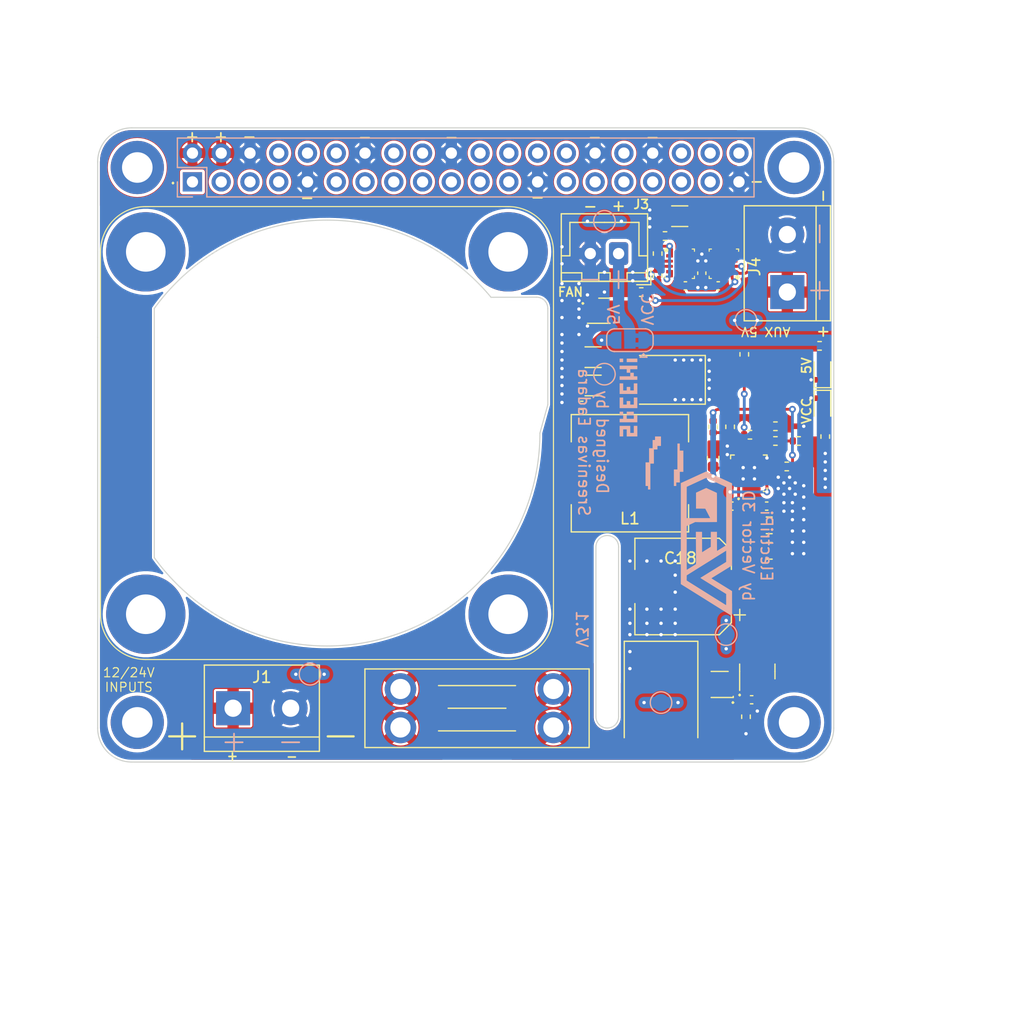
<source format=kicad_pcb>
(kicad_pcb (version 20221018) (generator pcbnew)
  (layers (0 "F.Cu" signal) (31 "B.Cu" signal) (34 "B.Paste" user) (35 "F.Paste" user) (36 "B.SilkS" user "B.Silkscreen") (37 "F.SilkS" user "F.Silkscreen") (38 "B.Mask" user) (39 "F.Mask" user) (44 "Edge.Cuts" user))
  (net 0 "")
  (net 1 "VCC")
  (net 2 "GND")
  (net 3 "+5V")
  (net 4 "Vin")
  (net 5 "Net-(D3-A)")
  (net 6 "Net-(D5-A)")
  (net 7 "BST")
  (net 8 "5V_PI")
  (net 9 "Net-(J1-Pin_1)")
  (net 40 "SW")
  (net 41 "Net-(U1-dVdt)")
  (net 42 "Net-(J3-Pin_1)")
  (net 43 "Net-(D4-A)")
  (net 44 "Net-(D1-A2)")
  (net 46 "Net-(IC2-PGOOD)")
  (net 48 "Net-(IC2-EN)")
  (net 49 "FB")
  (net 50 "Net-(IC2-MODE)")
  (net 51 "UVLO")
  (net 52 "Net-(R1-Pad1)")
  (net 53 "OVLO")
  (net 54 "Net-(U1-PG)")
  (footprint "Resistor_SMD:R_0402_1005Metric" (layer "F.Cu") (at 145.1 79.6)
    (fp_text reference "R11" hide)
    (fp_text value "33K")
  )
  (footprint "Package_TO_SOT_SMD:SOT-23" (layer "F.Cu") (at 143.5 101.25 90)
    (fp_text reference "D4" hide)
    (fp_text value "BZX84-C13")
  )
  (footprint "Capacitor_SMD:C_0402_1005Metric" (layer "F.Cu") (at 138.6 66.08 90)
    (fp_text reference "C9" hide)
    (fp_text value "2200p")
  )
  (footprint "Capacitor_SMD:C_0402_1005Metric" (layer "F.Cu") (at 141.25 86.65 180)
    (fp_text reference "C8" hide)
    (fp_text value "0.1uF")
  )
  (footprint "RPW0010A:Texas_VQFN-HR-10_2x2mm_P0.475mm" (layer "F.Cu") (at 140.55 65.25 180)
    (fp_text reference "U4" hide)
    (fp_text value "LM73100")
  )
  (footprint "Resistor_SMD:R_0402_1005Metric" (layer "F.Cu") (at 142.35 73.25 -90)
    (fp_text reference "R13" hide)
    (fp_text value "110K")
  )
  (footprint "MountingHole:MountingHole_2.7mm_M2.5_DIN965_Pad" (layer "F.Cu") (at 88.75 56.75)
    (fp_text reference "H2" hide)
    (fp_text value "MountingHole")
  )
  (footprint "Package_SON:WSON-6-1EP_2x2mm_P0.65mm_EP1x1.6mm" (layer "F.Cu") (at 129.5 69.4)
    (fp_text reference "U3" hide)
    (fp_text value "TVS0500DRV")
  )
  (footprint "Resistor_SMD:R_0402_1005Metric" (layer "F.Cu") (at 133.25 67.75 180)
    (fp_text reference "R10" hide)
    (fp_text value "33K")
  )
  (footprint "TerminalBlock:TerminalBlock_bornier-2_P5.08mm" (layer "F.Cu") (at 97.21 104.5)
    (fp_text reference "J1")
    (fp_text value "282837-2")
  )
  (footprint "RPW0010A:Texas_VQFN-HR-10_2x2mm_P0.475mm" (layer "F.Cu") (at 136.65 65.25)
    (fp_text reference "U1" hide)
    (fp_text value "LM73100")
  )
  (footprint "Capacitor_SMD:C_0603_1608Metric" (layer "F.Cu") (at 139.6 82.4 90)
    (fp_text reference "C3")
    (fp_text value "1 uF")
  )
  (footprint "Resistor_SMD:R_0402_1005Metric" (layer "F.Cu") (at 142.85 80.35)
    (fp_text reference "R14" hide)
    (fp_text value "15K")
  )
  (footprint "Capacitor_SMD:C_1206_3216Metric" (layer "F.Cu") (at 129 73.5 180)
    (fp_text reference "C5" hide)
    (fp_text value "100uF")
  )
  (footprint "Package_TO_SOT_SMD:Vishay_PowerPAK_SC70-6L_Single" (layer "F.Cu") (at 140.175 102.4 180)
    (fp_text reference "Q1" hide)
    (fp_text value "SiA471DJ")
  )
  (footprint "Resistor_SMD:R_0402_1005Metric" (layer "F.Cu") (at 142.5 105.25 90)
    (fp_text reference "R3" hide)
    (fp_text value "110K")
  )
  (footprint "Diode_SMD:D_SMC" (layer "F.Cu") (at 135 103.5 -90)
    (fp_text reference "D1" hide)
    (fp_text value "XMC7K24CA")
  )
  (footprint "Resistor_SMD:R_0402_1005Metric" (layer "F.Cu") (at 147.15 80.9)
    (fp_text reference "R1")
    (fp_text value "33K")
  )
  (footprint "Capacitor_SMD:C_0402_1005Metric" (layer "F.Cu") (at 144.33 86.65)
    (fp_text reference "C6" hide)
    (fp_text value "0.1uF")
  )
  (footprint "Capacitor_SMD:C_1206_3216Metric" (layer "F.Cu") (at 136.65 61.05 180)
    (fp_text reference "C12" hide)
    (fp_text value "100uF")
  )
  (footprint "Resistor_SMD:R_0402_1005Metric" (layer "F.Cu") (at 141.1 79.65 90)
    (fp_text reference "R5" hide)
    (fp_text value "33K")
  )
  (footprint "Package_DFN_QFN:QFN-20-1EP_3x3mm_P0.45mm_EP1.6x1.6mm_ThermalVias" (layer "F.Cu") (at 142.75 83.75 90)
    (fp_text reference "IC2" hide)
    (fp_text value "TPS51397ARJER")
  )
  (footprint "Resistor_SMD:R_0402_1005Metric" (layer "F.Cu") (at 146.1 83.15 180)
    (fp_text reference "R12" hide)
    (fp_text value "110K")
  )
  (footprint "Capacitor_SMD:C_1206_3216Metric" (layer "F.Cu") (at 129 76 180)
    (fp_text reference "C4" hide)
    (fp_text value "100uF")
  )
  (footprint "Capacitor_SMD:C_0402_1005Metric" (layer "F.Cu") (at 140.05 67.2 180)
    (fp_text reference "C11" hide)
    (fp_text value "0.1uF")
  )
  (footprint "Resistor_SMD:R_0402_1005Metric" (layer "F.Cu") (at 149 72.5 180)
    (fp_text reference "R6" hide)
    (fp_text value "1K")
  )
  (footprint "Fuse:Fuseholder_Blade_Mini_Keystone_3557" (layer "F.Cu") (at 111.99 102.8)
    (fp_text reference "F1" hide)
    (fp_text value "5A")
  )
  (footprint "Capacitor_SMD:CP_Elec_8x10" (layer "F.Cu") (at 136.95 93.75 180)
    (fp_text reference "C18")
    (fp_text value "100uF")
  )
  (footprint "Connector_JST:JST_XH_B2B-XH-A_1x02_P2.50mm_Vertical" (layer "F.Cu") (at 131.25 64.35 180)
    (fp_text reference "J3")
    (fp_text value "JST XH 01x02")
  )
  (footprint "Resistor_SMD:R_0402_1005Metric" (layer "F.Cu") (at 134.7 66.3 -90)
    (fp_text reference "R9" hide)
    (fp_text value "110K")
  )
  (footprint "Capacitor_SMD:C_0805_2012Metric" (layer "F.Cu") (at 144.55 88.35)
    (fp_text reference "C1" hide)
    (fp_text value "22 uF")
  )
  (footprint "Resistor_SMD:R_0402_1005Metric" (layer "F.Cu") (at 134.7 64.35 -90)
    (fp_text reference "R2" hide)
    (fp_text value "33K")
  )
  (footprint "MountingHole:MountingHole_2.7mm_M2.5_DIN965_Pad" (layer "F.Cu") (at 146.75 56.75)
    (fp_text reference "H3" hide)
    (fp_text value "MountingHole")
  )
  (footprint "Capacitor_SMD:C_0402_1005Metric" (layer "F.Cu") (at 128 77.75 180)
    (fp_text reference "C7" hide)
    (fp_text value "0.1uF")
  )
  (footprint "Resistor_SMD:R_0402_1005Metric" (layer "F.Cu") (at 139.6 79.65 -90)
    (fp_text reference "R4" hide)
    (fp_text value "180K")
  )
  (footprint "Capacitor_SMD:C_0805_2012Metric" (layer "F.Cu") (at 144.55 90.6)
    (fp_text reference "C2" hide)
    (fp_text value "22 uF")
  )
  (footprint "LED_SMD:LED_0603_1608Metric" (layer "F.Cu") (at 149.25 77.91 -90)
    (fp_text reference "D5" hide)
    (fp_text value "2V 20mA")
  )
  (footprint "FAN:4040" (layer "F.Cu") (at 105.5 80.2)
    (fp_text reference "U2" hide)
    (fp_text value "COOLING")
    (fp_line (start -15.25 -11) (end -15.25 11) (stroke (width 0.1)) (layer "Edge.Cuts"))
    (fp_line (start 14.485921 -11.98835) (end 18.499999 -12) (stroke (width 0.1)) (layer "Edge.Cuts"))
    (fp_line (start 18.803256 0) (end 19.499999 -2.5) (stroke (width 0.1)) (layer "Edge.Cuts"))
    (fp_line (start 19.499999 -2.5) (end 19.499999 -11) (stroke (width 0.1)) (layer "Edge.Cuts"))
    (fp_arc (start -15.25 -11) (mid -0.624631 -18.792879) (end 14.485921 -11.98835) (stroke (width 0.1)) (layer "Edge.Cuts"))
    (fp_arc (start 18.499999 -12) (mid 19.207136 -11.707136) (end 19.499999 -11) (stroke (width 0.1)) (layer "Edge.Cuts"))
    (fp_arc (start 18.803256 0) (mid 5.779827 17.892905) (end -15.25 11) (stroke (width 0.1)) (layer "Edge.Cuts"))
  )
  (footprint "Capacitor_SMD:C_0402_1005Metric" (layer "F.Cu") (at 137.15 67.2)
    (fp_text reference "C10" hide)
    (fp_text value "0.1uF")
  )
  (footprint "LED_SMD:LED_0603_1608Metric" (layer "F.Cu") (at 149.25 74.71 90)
    (fp_text reference "D3" hide)
    (fp_text value "2V 20mA")
  )
  (footprint "Inductor_SMD:L_Vishay_IHLP-4040" (layer "F.Cu") (at 132.25 83.75 180)
    (fp_text reference "L1")
    (fp_text value "1.8 uH")
  )
  (footprint "Resistor_SMD:R_0402_1005Metric" (layer "F.Cu") (at 149.5 80.51 -90)
    (fp_text reference "R8" hide)
    (fp_text value "10K")
  )
  (footprint "TerminalBlock:TerminalBlock_bornier-2_P5.08mm" (layer "F.Cu") (at 146.15 67.75 90)
    (fp_text reference "J4")
    (fp_text value "282837-2")
  )
  (footprint "MountingHole:MountingHole_2.7mm_M2.5_DIN965_Pad" (layer "F.Cu") (at 146.75 105.75)
    (fp_text reference "H1" hide)
    (fp_text value "MountingHole")
  )
  (footprint "Diode_SMD:D_SMB" (layer "F.Cu") (at 135.25 75.5 180)
    (fp_text reference "D2" hide)
    (fp_text value "SMBJ5.0A")
  )
  (footprint "MountingHole:MountingHole_2.7mm_M2.5_DIN965_Pad" (layer "F.Cu") (at 88.75 105.75)
    (fp_text reference "H4" hide)
    (fp_text value "MountingHole")
  )
  (footprint "Resistor_SMD:R_0402_1005Metric" (layer "F.Cu") (at 135.35 62.8 180)
    (fp_text reference "R15" hide)
    (fp_text value "110K")
  )
  (footprint "Capacitor_SMD:C_0402_1005Metric" (layer "F.Cu") (at 143 103.75)
    (fp_text reference "C17" hide)
    (fp_text value "0.1uF")
  )
  (footprint "Resistor_SMD:R_0402_1005Metric" (layer "F.Cu") (at 145.1 80.9 180)
    (fp_text reference "R7" hide)
    (fp_text value "110K")
  )
  (footprint "TestPoint:TestPoint_Pad_D1.5mm" (layer "B.Cu") (at 130 61.5 180)
    (fp_text reference "TP5")
    (fp_text value "TestPoint")
  )
  (footprint "Connector_PinSocket_2.54mm:PinSocket_2x20_P2.54mm_Vertical" (layer "B.Cu") (at 93.62 58.02 -90)
    (fp_text reference "J6")
    (fp_text value "Raspberry_Pi_2_3")
  )
  (footprint "Jumper:SolderJumper-3_P1.3mm_Bridged2Bar12_RoundedPad1.0x1.5mm" (layer "B.Cu") (at 132.25 72 180)
    (fp_text reference "JP1")
    (fp_text value "SolderJumper_3_Bridged12")
  )
  (footprint "TestPoint:TestPoint_Pad_D1.5mm" (layer "B.Cu") (at 140.75 98 180)
    (fp_text reference "TP4")
    (fp_text value "TestPoint")
  )
  (footprint "TestPoint:TestPoint_Pad_D1.5mm" (layer "B.Cu") (at 142.5 70.25)
    (fp_text reference "TP1")
    (fp_text value "TestPoint")
  )
  (footprint "Logos:5reen_merge_small" (layer "B.Cu") (at 134 79.25 90)
    (fp_text reference "G***" hide)
    (fp_text value "LOGO" hide)
  )
  (footprint "Logos:V3D Logo Small" (layer "B.Cu") (at 139 89.9 90)
    (fp_text reference "G***" hide)
    (fp_text value "V3D Logo Small")
  )
  (footprint "TestPoint:TestPoint_Pad_D1.5mm" (layer "B.Cu") (at 130 75 180)
    (fp_text reference "TP6")
    (fp_text value "TestPoint")
  )
  (footprint "TestPoint:TestPoint_Pad_D1.5mm" (layer "B.Cu") (at 104 101.5 180)
    (fp_text reference "TP2")
    (fp_text value "TestPoint")
  )
  (footprint "TestPoint:TestPoint_Pad_D1.5mm" (layer "B.Cu") (at 135 104)
    (fp_text reference "TP3")
    (fp_text value "TestPoint")
  )
  (gr_line (start 85.25 71.75) (end 85.25 106.25) (stroke (width 0.1)) (layer "Edge.Cuts"))
  (gr_arc (start 147.25 53.25) (mid 149.37132 54.12868) (end 150.25 56.25) (stroke (width 0.1)) (layer "Edge.Cuts"))
  (gr_line (start 129.25 90.25) (end 129.25 105.25) (stroke (width 0.1)) (layer "Edge.Cuts"))
  (gr_arc (start 88.25 109.25) (mid 86.12868 108.37132) (end 85.25 106.25) (stroke (width 0.1)) (layer "Edge.Cuts"))
  (gr_line (start 88.25 109.25) (end 147.25 109.25) (stroke (width 0.1)) (layer "Edge.Cuts"))
  (gr_arc (start 150.25 106.25) (mid 149.37132 108.37132) (end 147.25 109.25) (stroke (width 0.1)) (layer "Edge.Cuts"))
  (gr_arc (start 129.25 90.25) (mid 130.25 89.25) (end 131.25 90.25) (stroke (width 0.1)) (layer "Edge.Cuts"))
  (gr_line (start 131.25 90.25) (end 131.25 105.25) (stroke (width 0.1)) (layer "Edge.Cuts"))
  (gr_line (start 88.25 53.25) (end 147.25 53.25) (stroke (width 0.1)) (layer "Edge.Cuts"))
  (gr_arc (start 85.25 56.25) (mid 86.12868 54.12868) (end 88.25 53.25) (stroke (width 0.1)) (layer "Edge.Cuts"))
  (gr_arc (start 131.25 105.25) (mid 130.25 106.25) (end 129.25 105.25) (stroke (width 0.1)) (layer "Edge.Cuts"))
  (gr_line (start 85.25 56.25) (end 85.25 71.75) (stroke (width 0.1)) (layer "Edge.Cuts"))
  (gr_line (start 150.25 56.25) (end 150.25 106.25) (stroke (width 0.1)) (layer "Edge.Cuts"))
  (gr_text "ElectriPi\nby Vector 3D" (at 143.5 90.15 270) (layer "B.SilkS") (effects (font (size 1 1)) (justify mirror)))
  (gr_text "-" (at 148.85 62.61 90) (layer "B.SilkS") (effects (font (size 2 2)) (justify mirror)))
  (gr_text "V3.1" (at 128 97.5 270) (layer "B.SilkS") (effects (font (size 1 1)) (justify mirror)))
  (gr_text "+" (at 131.25 66.5) (layer "B.SilkS") (effects (font (size 2 2)) (justify mirror)))
  (gr_text "5V" (at 130.75 69.75 270) (layer "B.SilkS") (effects (font (size 1 1)) (justify mirror)))
  (gr_text "+" (at 97.29 107.35) (layer "B.SilkS") (effects (font (size 2 2)) (justify mirror)))
  (gr_text "-" (at 102.29 107.35) (layer "B.SilkS") (effects (font (size 2 2)) (justify mirror)))
  (gr_text "+" (at 148.85 67.61 90) (layer "B.SilkS") (effects (font (size 2 2)) (justify mirror)))
  (gr_text "VCC" (at 133.75 69.25 270) (layer "B.SilkS") (effects (font (size 1 1)) (justify mirror)))
  (gr_text "-" (at 128.75 66.5) (layer "B.SilkS") (effects (font (size 2 2)) (justify mirror)))
  (gr_text "Designed by\nSreenivas Eadara" (at 129 81 270) (layer "B.SilkS") (effects (font (size 1 1)) (justify mirror)))
  (gr_text "-" (at 108.85 54.05) (layer "F.SilkS") (effects (font (size 1 1) (thickness 0.153))))
  (gr_text "+" (at 131.25 60.1) (layer "F.SilkS") (effects (font (size 1 1))))
  (gr_text "." (at 128.5 68.75 -90) (layer "F.SilkS") (effects (font (size 1 1))))
  (gr_text "+" (at 92.71 106.75) (layer "F.SilkS") (effects (font (size 3 3) (thickness 0.2)) (justify mirror)))
  (gr_text "." (at 91.9 57.8) (layer "F.SilkS") (effects (font (size 0.8 0.8))))
  (gr_text "-" (at 106.71 106.75) (layer "F.SilkS") (effects (font (size 3 3) (thickness 0.2)) (justify mirror)))
  (gr_text "VCC" (at 147.85 78.25 90) (layer "F.SilkS") (effects (font (size 0.8 0.8))))
  (gr_text "-" (at 103.75 59.4) (layer "F.SilkS") (effects (font (size 1 1) (thickness 0.153))))
  (gr_text "-" (at 128.75 60.15) (layer "F.SilkS") (effects (font (size 1 1))))
  (gr_text "5V" (at 147.85 74.25 90) (layer "F.SilkS") (effects (font (size 0.8 0.8))))
  (gr_text "AUX 5V" (at 144.25 71.25 180) (layer "F.SilkS") (effects (font (size 0.8 0.8) (thickness 0.125))))
  (gr_text "+" (at 96.13 54) (layer "F.SilkS") (effects (font (size 1 1) (thickness 0.153))))
  (gr_text "." (at 141.85 85.6) (layer "F.SilkS") (effects (font (size 1 1))))
  (gr_text "+" (at 97.15 108.7) (layer "F.SilkS") (effects (font (size 0.8 0.8))))
  (gr_text "+" (at 149.25 71.25 90) (layer "F.SilkS") (effects (font (size 1 1))))
  (gr_text "." (at 141.75 104 -90) (layer "F.SilkS") (effects (font (size 1 1))))
  (gr_text "-" (at 149.25 59.25 90) (layer "F.SilkS") (effects (font (size 1 1))))
  (gr_text "FAN" (at 127 67.75) (layer "F.SilkS") (effects (font (size 0.8 0.8))))
  (gr_text "+" (at 93.6 54) (layer "F.SilkS") (effects (font (size 1 1) (thickness 0.153))))
  (gr_text "-" (at 98.65 54) (layer "F.SilkS") (effects (font (size 1 1) (thickness 0.153))))
  (gr_text "-" (at 116.5 54.05) (layer "F.SilkS") (effects (font (size 1 1) (thickness 0.153))))
  (gr_text "-" (at 143.45 57.95) (layer "F.SilkS") (effects (font (size 1 1) (thickness 0.153))))
  (gr_text "-" (at 134.25 54.05) (layer "F.SilkS") (effects (font (size 1 1) (thickness 0.153))))
  (gr_text "." (at 141.94 102.925) (layer "F.SilkS") (effects (font (size 1 1))))
  (gr_text "-" (at 124.1 59.35) (layer "F.SilkS") (effects (font (size 1 1) (thickness 0.153))))
  (gr_text "12/24V\nINPUTS" (at 88 102) (layer "F.SilkS") (effects (font (size 0.8 0.8) (thickness 0.1))))
  (gr_text "-" (at 129.15 54.05) (layer "F.SilkS") (effects (font (size 1 1) (thickness 0.153))))
  (gr_text "-" (at 102.4 108.75) (layer "F.SilkS") (effects (font (size 0.8 0.8))))
  (segment (start 140.112132 78.1) (end 146.6 78.1) (width 0.25) (layer "F.Cu") (net 1))
  (segment (start 141.3 83.3) (end 139.725 83.3) (width 0.25) (layer "F.Cu") (net 1))
  (segment (start 146.605 82.155) (end 146.6 82.15) (width 0.25) (layer "F.Cu") (net 1))
  (segment (start 139.6 84) (end 139.6 83.175) (width 0.5) (layer "F.Cu") (net 1))
  (segment (start 139.6 78.4) (end 139.6 79.14) (width 0.25) (layer "F.Cu") (net 1))
  (segment (start 139.75 78.25) (end 139.6 78.4) (width 0.25) (layer "F.Cu") (net 1))
  (segment (start 146.61 82.167071) (end 146.61 83.15) (width 0.25) (layer "F.Cu") (net 1))
  (via (at 139.6 84) (size 0.6) (drill 0.3) (layers "F.Cu" "B.Cu") (net 1))
  (via (at 146.6 78.1) (size 0.6) (drill 0.3) (layers "F.Cu" "B.Cu") (net 1))
  (via (at 146.6 82.15) (size 0.6) (drill 0.3) (layers "F.Cu" "B.Cu") (net 1))
  (via (at 139.6 78.4) (size 0.6) (drill 0.3) (layers "F.Cu" "B.Cu") (net 1))
  (arc (start 139.75 78.25) (mid 139.916147 78.138983) (end 140.112132 78.1) (width 0.25) (layer "F.Cu") (net 1))
  (arc (start 146.605 82.155) (mid 146.6087 82.160538) (end 146.61 82.167071) (width 0.25) (layer "F.Cu") (net 1))
  (segment (start 139.6 78.4) (end 139.6 84) (width 0.5) (layer "B.Cu") (net 1))
  (segment (start 146.6 82.15) (end 146.6 78.1) (width 0.25) (layer "B.Cu") (net 1))
  (segment (start 144.2 82.656066) (end 144.2 82.85) (width 0.25) (layer "F.Cu") (net 2))
  (segment (start 148.25 75.5) (end 148.25125 75.49875) (width 0.5) (layer "F.Cu") (net 2))
  (segment (start 148.254267 75.4975) (end 149.25 75.4975) (width 0.5) (layer "F.Cu") (net 2))
  (segment (start 148.25 77.1) (end 148.26125 77.11125) (width 0.5) (layer "F.Cu") (net 2))
  (segment (start 142.5 106.75) (end 142.5 105.76) (width 0.5) (layer "F.Cu") (net 2))
  (segment (start 144.275 82.475) (end 144.35 82.4) (width 0.25) (layer "F.Cu") (net 2))
  (segment (start 148.288409 77.1225) (end 149.25 77.1225) (width 0.5) (layer "F.Cu") (net 2))
  (segment (start 143.48 104.715857) (end 143.48 103.75) (width 0.5) (layer "F.Cu") (net 2))
  (segment (start 142.75 81.391335) (end 142.75 82.3) (width 0.25) (layer "F.Cu") (net 2))
  (segment (start 145.35 84.1) (end 145.175 83.925) (width 0.25) (layer "F.Cu") (net 2))
  (segment (start 144.752512 83.75) (end 144.2 83.75) (width 0.25) (layer "F.Cu") (net 2))
  (segment (start 147.6 79.6) (end 145.61 79.6) (width 0.5) (layer "F.Cu") (net 2))
  (segment (start 143.49 104.74) (end 143.5 104.75) (width 0.5) (layer "F.Cu") (net 2))
  (segment (start 144.2 83.75) (end 142.75 83.75) (width 0.25) (layer "F.Cu") (net 2))
  (segment (start 143.055 80.655) (end 143.36 80.35) (width 0.25) (layer "F.Cu") (net 2))
  (segment (start 142.75 83.75) (end 141.3 83.75) (width 0.25) (layer "F.Cu") (net 2))
  (segment (start 144.375 84.2) (end 142.925 84.2) (width 0.25) (layer "F.Cu") (net 2))
  (via (at 132.5 66) (size 0.6) (drill 0.3) (layers "F.Cu" "B.Cu") (net 2))
  (via (at 137 73.75) (size 0.6) (drill 0.3) (layers "F.Cu" "B.Cu") (net 2))
  (via (at 147.6 85.85) (size 0.6) (drill 0.3) (layers "F.Cu" "B.Cu") (net 2))
  (via (at 126.25 70) (size 0.6) (drill 0.3) (layers "F.Cu" "B.Cu") (net 2))
  (via (at 126.25 73.75) (size 0.6) (drill 0.3) (layers "F.Cu" "B.Cu") (net 2))
  (via (at 146.35 85.1) (size 0.6) (drill 0.3) (layers "F.Cu" "B.Cu") (net 2))
  (via (at 126.25 73) (size 0.6) (drill 0.3) (layers "F.Cu" "B.Cu") (net 2))
  (via (at 133.75 97) (size 0.6) (drill 0.3) (layers "F.Cu" "B.Cu") (net 2))
  (via (at 147.6 88.85) (size 0.6) (drill 0.3) (layers "F.Cu" "B.Cu") (net 2))
  (via (at 146.6 86.35) (size 0.6) (drill 0.3) (layers "F.Cu" "B.Cu") (net 2))
  (via (at 135 95.75) (size 0.6) (drill 0.3) (layers "F.Cu" "B.Cu") (net 2))
  (via (at 145.85 84.6) (size 0.6) (drill 0.3) (layers "F.Cu" "B.Cu") (net 2))
  (via (at 136.25 77.25) (size 0.6) (drill 0.3) (layers "F.Cu" "B.Cu") (net 2))
  (via (at 127.75 71.5) (size 0.6) (drill 0.3) (layers "F.Cu" "B.Cu") (net 2))
  (via (at 144.35 82.4) (size 0.6) (drill 0.3) (layers "F.Cu" "B.Cu") (net 2))
  (via (at 130 67.75) (size 0.6) (drill 0.3) (layers "F.Cu" "B.Cu") (net 2))
  (via (at 146.6 90.85) (size 0.6) (drill 0.3) (layers "F.Cu" "B.Cu") (net 2))
  (via (at 138.5 77.25) (size 0.6) (drill 0.3) (layers "F.Cu" "B.Cu") (net 2))
  (via (at 126.25 67) (size 0.6) (drill 0.3) (layers "F.Cu" "B.Cu") (net 2))
  (via (at 136.25 95.75) (size 0.6) (drill 0.3) (layers "F.Cu" "B.Cu") (net 2))
  (via (at 136.25 73.75) (size 0.6) (drill 0.3) (layers "F.Cu" "B.Cu") (net 2))
  (via (at 139.25 74.75) (size 0.6) (drill 0.3) (layers "F.Cu" "B.Cu") (net 2))
  (via (at 134 61.25) (size 0.6) (drill 0.3) (layers "F.Cu" "B.Cu") (net 2))
  (via (at 126.25 71.5) (size 0.6) (drill 0.3) (layers "F.Cu" "B.Cu") (net 2))
  (via (at 148.25 77.1) (size 0.6) (drill 0.3) (layers "F.Cu" "B.Cu") (net 2))
  (via (at 132.25 99.5) (size 0.6) (drill 0.3) (layers "F.Cu" "B.Cu") (net 2))
  (via (at 128.5 68) (size 0.6) (drill 0.3) (layers "F.Cu" "B.Cu") (net 2))
  (via (at 145.85 85.6) (size 0.6) (drill 0.3) (layers "F.Cu" "B.Cu") (net 2))
  (via (at 130 66) (size 0.6) (drill 0.3) (layers "F.Cu" "B.Cu") (net 2))
  (via (at 133.75 98) (size 0.6) (drill 0.3) (layers "F.Cu" "B.Cu") (net 2))
  (via (at 135 97) (size 0.6) (drill 0.3) (layers "F.Cu" "B.Cu") (net 2))
  (via (at 127.75 67) (size 0.6) (drill 0.3) (layers "F.Cu" "B.Cu") (net 2))
  (via (at 126.25 63.75) (size 0.6) (drill 0.3) (layers "F.Cu" "B.Cu") (net 2))
  (via (at 140.85 81.35) (size 0.6) (drill 0.3) (layers "F.Cu" "B.Cu") (net 2))
  (via (at 145.85 86.35) (size 0.6) (drill 0.3) (layers "F.Cu" "B.Cu") (net 2))
  (via (at 126.25 72.25) (size 0.6) (drill 0.3) (layers "F.Cu" "B.Cu") (net 2))
  (via (at 128.5 70.75) (size 0.6) (drill 0.3) (layers "F.Cu" "B.Cu") (net 2))
  (via (at 145.35 85.1) (size 0.6) (drill 0.3) (layers "F.Cu" "B.Cu") (net 2))
  (via (at 132.25 98) (size 0.6) (drill 0.3) (layers "F.Cu" "B.Cu") (net 2))
  (via (at 132.25 97) (size 0.6) (drill 0.3) (layers "F.Cu" "B.Cu") (net 2))
  (via (at 148.25 75.5) (size 0.6) (drill 0.3) (layers "F.Cu" "B.Cu") (net 2))
  (via (at 139.25 73.75) (size 0.6) (drill 0.3) (layers "F.Cu" "B.Cu") (net 2))
  (via (at 134 60.5) (size 0.6) (drill 0.3) (layers "F.Cu" "B.Cu") (net 2))
  (via (at 146.85 84.6) (size 0.6) (drill 0.3) (layers "F.Cu" "B.Cu") (net 2))
  (via (at 136.25 91.5) (size 0.6) (drill 0.3) (layers "F.Cu" "B.Cu") (net 2))
  (via (at 126.25 68.5) (size 0.6) (drill 0.3) (layers "F.Cu" "B.Cu") (net 2))
  (via (at 138.95 65) (size 0.6) (drill 0.3) (layers "F.Cu" "B.Cu") (net 2))
  (via (at 132.5 66.75) (size 0.6) (drill 0.3) (layers "F.Cu" "B.Cu") (net 2))
  (via (at 137.75 77.25) (size 0.6) (drill 0.3) (layers "F.Cu" "B.Cu") (net 2))
  (via (at 138.5 73.75) (size 0.6) (drill 0.3) (layers "F.Cu" "B.Cu") (net 2))
  (via (at 147.6 89.85) (size 0.6) (drill 0.3) (layers "F.Cu" "B.Cu") (net 2))
  (via (at 146.6 87.1) (size 0.6) (drill 0.3) (layers "F.Cu" "B.Cu") (net 2))
  (via (at 126.25 76.75) (size 0.6) (drill 0.3) (layers "F.Cu" "B.Cu") (net 2))
  (via (at 137.75 73.75) (size 0.6) (drill 0.3) (layers "F.Cu" "B.Cu") (net 2))
  (via (at 127.75 69.25) (size 0.6) (drill 0.3) (layers "F.Cu" "B.Cu") (net 2))
  (via (at 127.75 70) (size 0.6) (drill 0.3) (layers "F.Cu" "B.Cu") (net 2))
  (via (at 127.75 68.5) (size 0.6) (drill 0.3) (layers "F.Cu" "B.Cu") (net 2))
  (via (at 135 91.5) (size 0.6) (drill 0.3) (layers "F.Cu" "B.Cu") (net 2))
  (via (at 146.85 85.6) (size 0.6) (drill 0.3) (layers "F.Cu" "B.Cu") (net 2))
  (via (at 136.25 94.25) (size 0.6) (drill 0.3) (layers "F.Cu" "B.Cu") (net 2))
  (via (at 145.35 84.1) (size 0.6) (drill 0.3) (layers "F.Cu" "B.Cu") (net 2))
  (via (at 137 77.25) (size 0.6) (drill 0.3) (layers "F.Cu" "B.Cu") (net 2))
  (via (at 145.85 87.1) (size 0.6) (drill 0.3) (layers "F.Cu" "B.Cu") (net 2))
  (via (at 126.25 77.5) (size 0.6) (drill 0.3) (layers "F.Cu" "B.Cu") (net 2))
  (via (at 146.35 84.1) (size 0.6) (drill 0.3) (layers "F.Cu" "B.Cu") (net 2))
  (via (at 126.25 65.25) (size 0.6) (drill 0.3) (layers "F.Cu" "B.Cu") (net 2))
  (via (at 133.75 91.5) (size 0.6) (drill 0.3) (layers "F.Cu" "B.Cu") (net 2))
  (via (at 132.25 91.5) (size 0.6) (drill 0.3) (layers "F.Cu" "B.Cu") (net 2))
  (via (at 136.25 98) (size 0.6) (drill 0.3) (layers "F.Cu" "B.Cu") (net 2))
  (via (at 147.6 79.6) (size 0.6) (drill 0.3) (layers "F.Cu" "B.Cu") (net 2))
  (via (at 147.6 90.85) (size 0.6) (drill 0.3) (layers "F.Cu" "B.Cu") (net 2))
  (via (at 140.85 82.1) (size 0.6) (drill 0.3) (layers "F.Cu" "B.Cu") (net 2))
  (via (at 146.6 89.85) (size 0.6) (drill 0.3) (layers "F.Cu" "B.Cu") (net 2))
  (via (at 133.75 95.75) (size 0.6) (drill 0.3) (layers "F.Cu" "B.Cu") (net 2))
  (via (at 139.25 77.25) (size 0.6) (drill 0.3) (layers "F.Cu" "B.Cu") (net 2))
  (via (at 126.25 76) (size 0.6) (drill 0.3) (layers "F.Cu" "B.Cu") (net 2))
  (via (at 136.25 92.75) (size 0.6) (drill 0.3) (layers "F.Cu" "B.Cu") (net 2))
  (via (at 138.95 67.35) (size 0.6) (drill 0.3) (layers "F.Cu" "B.Cu") (net 2))
  (via (at 136.25 97) (size 0.6) (drill 0.3) (layers "F.Cu" "B.Cu") (net 2))
  (via (at 135 98) (size 0.6) (drill 0.3) (layers "F.Cu" "B.Cu") (net 2))
  (via (at 147.6 84.85) (size 0.6) (drill 0.3) (layers "F.Cu" "B.Cu") (net 2))
  (via (at 132.25 95.75) (size 0.6) (drill 0.3) (layers "F.Cu" "B.Cu") (net 2))
  (via (at 142.5 106.75) (size 0.6) (drill 0.3) (layers "F.Cu" "B.Cu") (net 2))
  (via (at 126.25 75.25) (size 0.6) (drill 0.3) (layers "F.Cu" "B.Cu") (net 2))
  (via (at 132.25 101) (size 0.6) (drill 0.3) (layers "F.Cu" "B.Cu") (net 2))
  (via (at 147.6 86.85) (size 0.6) (drill 0.3) (layers "F.Cu" "B.Cu") (net 2))
  (via (at 143.5 104.75) (size 0.6) (drill 0.3) (layers "F.Cu" "B.Cu") (net 2))
  (via (at 146.6 87.85) (size 0.6) (drill 0.3) (layers "F.Cu" "B.Cu") (net 2))
  (via (at 138.6 64.4) (size 0.6) (drill 0.3) (layers "F.Cu" "B.Cu") (net 2))
  (via (at 138.25 65) (size 0.6) (drill 0.3) (layers "F.Cu" "B.Cu") (net 2))
  (via (at 138.25 67.35) (size 0.6) (drill 0.3) (layers "F.Cu" "B.Cu") (net 2))
  (via (at 134 62) (size 0.6) (drill 0.3) (layers "F.Cu" "B.Cu") (net 2))
  (via (at 139.25 75.5) (size 0.6) (drill 0.3) (layers "F.Cu" "B.Cu") (net 2))
  (via (at 147.6 87.85) (size 0.6) (drill 0.3) (layers "F.Cu" "B.Cu") (net 2))
  (via (at 139.25 76.25) (size 0.6) (drill 0.3) (layers "F.Cu" "B.Cu") (net 2))
  (via (at 126.25 74.5) (size 0.6) (drill 0.3) (layers "F.Cu" "B.Cu") (net 2))
  (via (at 146.6 88.85) (size 0.6) (drill 0.3) (layers "F.Cu" "B.Cu") (net 2))
  (arc (start 143.48 104.715857) (mid 143.482598 104.728923) (end 143.49 104.74) (width 0.5) (layer "F.Cu") (net 2))
  (arc (start 144.752512 83.75) (mid 144.98116 83.795481) (end 145.175 83.925) (width 0.25) (layer "F.Cu") (net 2))
  (arc (start 143.055 80.655) (mid 142.829266 80.992833) (end 142.75 81.391335) (width 0.25) (layer "F.Cu") (net 2))
  (arc (start 144.275 82.475) (mid 144.219491 82.558073) (end 144.2 82.656066) (width 0.25) (layer "F.Cu") (net 2))
  (arc (start 148.26125 77.11125) (mid 148.27371 77.119576) (end 148.288409 77.1225) (width 0.5) (layer "F.Cu") (net 2))
  (arc (start 148.25125 75.49875) (mid 148.252634 75.497824) (end 148.254267 75.4975) (width 0.5) (layer "F.Cu") (net 2))
  (segment (start 136.535 67.065) (end 136.67 67.2) (width 0.25) (layer "F.Cu") (net 3))
  (segment (start 136.4 65.25) (end 136.4 66.739081) (width 0.25) (layer "F.Cu") (net 3))
  (segment (start 140.8 66.739081) (end 140.8 65.25) (width 0.25) (layer "F.Cu") (net 3))
  (segment (start 136.13 63.07) (end 135.86 62.8) (width 0.25) (layer "F.Cu") (net 3))
  (segment (start 140.665 67.065) (end 140.53 67.2) (width 0.25) (layer "F.Cu") (net 3))
  (segment (start 136.4 63.721837) (end 136.4 65.25) (width 0.25) (layer "F.Cu") (net 3))
  (via (at 143.5 70.25) (size 0.6) (drill 0.3) (layers "F.Cu" "B.Cu") (net 3))
  (via (at 129.75 72) (size 0.6) (drill 0.3) (layers "F.Cu" "B.Cu") (net 3))
  (via (at 141.5 70.25) (size 0.6) (drill 0.3) (layers "F.Cu" "B.Cu") (net 3))
  (arc (start 140.8 66.739081) (mid 140.764914 66.915467) (end 140.665 67.065) (width 0.25) (layer "F.Cu") (net 3))
  (arc (start 136.13 63.07) (mid 136.329829 63.369065) (end 136.4 63.721837) (width 0.25) (layer "F.Cu") (net 3))
  (arc (start 136.535 67.065) (mid 136.435085 66.915467) (end 136.4 66.739081) (width 0.25) (layer "F.Cu") (net 3))
  (segment (start 129.75 72) (end 130.95 72) (width 1) (layer "B.Cu") (net 3))
  (segment (start 141.5 70.25) (end 143.5 70.25) (width 1) (layer "B.Cu") (net 3))
  (via (at 149.5 82) (size 0.6) (drill 0.3) (layers "F.Cu" "B.Cu") (net 4))
  (via (at 149.5 84.25) (size 0.6) (drill 0.3) (layers "F.Cu" "B.Cu") (net 4))
  (via (at 149.5 83.5) (size 0.6) (drill 0.3) (layers "F.Cu" "B.Cu") (net 4))
  (via (at 140.75 96.75) (size 0.6) (drill 0.3) (layers "F.Cu" "B.Cu") (net 4))
  (via (at 149.5 85) (size 0.6) (drill 0.3) (layers "F.Cu" "B.Cu") (net 4))
  (via (at 149.5 82.75) (size 0.6) (drill 0.3) (layers "F.Cu" "B.Cu") (net 4))
  (via (at 140.75 99.25) (size 0.6) (drill 0.3) (layers "F.Cu" "B.Cu") (net 4))
  (segment (start 133.55 72) (end 149.5 72) (width 1) (layer "B.Cu") (net 4))
  (segment (start 140.75 96.75) (end 140.75 99.25) (width 1) (layer "B.Cu") (net 4))
  (segment (start 149.51 73.478652) (end 149.51 72.5) (width 0.5) (layer "F.Cu") (net 5))
  (segment (start 149.38 73.7925) (end 149.25 73.9225) (width 0.5) (layer "F.Cu") (net 5))
  (arc (start 149.51 73.478652) (mid 149.476214 73.648505) (end 149.38 73.7925) (width 0.5) (layer "F.Cu") (net 5))
  (segment (start 149.5 79.124276) (end 149.5 80) (width 0.5) (layer "F.Cu") (net 6))
  (segment (start 149.375 78.8225) (end 149.25 78.6975) (width 0.5) (layer "F.Cu") (net 6))
  (arc (start 149.5 79.124276) (mid 149.467513 78.960956) (end 149.375 78.8225) (width 0.5) (layer "F.Cu") (net 6))
  (segment (start 141.85 85.2) (end 141.85 86.63) (width 0.25) (layer "F.Cu") (net 7))
  (segment (start 136.9 63.006066) (end 136.9 65.25) (width 0.25) (layer "F.Cu") (net 8))
  (segment (start 140.3 63.335355) (end 140.3 65.25) (width 0.25) (layer "F.Cu") (net 8))
  (via (at 128.5 61.5) (size 0.6) (drill 0.3) (layers "F.Cu" "B.Cu") (net 8))
  (via (at 131.5 61.5) (size 0.6) (drill 0.3) (layers "F.Cu" "B.Cu") (net 8))
  (segment (start 130 61.5) (end 131.5 61.5) (width 1) (layer "B.Cu") (net 8))
  (segment (start 130 61.5) (end 128.5 61.5) (width 1) (layer "B.Cu") (net 8))
  (via (at 102.75 101.5) (size 0.6) (drill 0.3) (layers "F.Cu" "B.Cu") (net 9))
  (via (at 105.25 101.5) (size 0.6) (drill 0.3) (layers "F.Cu" "B.Cu") (net 9))
  (segment (start 104 101.5) (end 105.25 101.5) (width 1) (layer "B.Cu") (net 9))
  (segment (start 104 101.5) (end 102.75 101.5) (width 1) (layer "B.Cu") (net 9))
  (segment (start 144.35 85.4) (end 144.35 84.906066) (width 0.25) (layer "F.Cu") (net 40))
  (segment (start 144.275 84.725) (end 144.2 84.65) (width 0.25) (layer "F.Cu") (net 40))
  (via (at 144.35 85.4) (size 0.6) (drill 0.3) (layers "F.Cu" "B.Cu") (net 40))
  (via (at 141.1 85.4) (size 0.6) (drill 0.3) (layers "F.Cu" "B.Cu") (net 40))
  (arc (start 144.275 84.725) (mid 144.330508 84.808073) (end 144.35 84.906066) (width 0.25) (layer "F.Cu") (net 40))
  (segment (start 144.35 85.4) (end 141.1 85.4) (width 0.25) (layer "B.Cu") (net 40))
  (segment (start 138.410502 66.510502) (end 137.956066 66.056066) (width 0.25) (layer "F.Cu") (net 41))
  (segment (start 137.7 65.95) (end 137.55 65.95) (width 0.25) (layer "F.Cu") (net 41))
  (segment (start 138.53 66.56) (end 138.6 66.56) (width 0.25) (layer "F.Cu") (net 41))
  (arc (start 138.410502 66.510502) (mid 138.465328 66.547135) (end 138.53 66.56) (width 0.25) (layer "F.Cu") (net 41))
  (arc (start 137.956066 66.056066) (mid 137.838581 65.977565) (end 137.7 65.95) (width 0.25) (layer "F.Cu") (net 41))
  (segment (start 131.75 70.25) (end 131.808058 70.308058) (width 1) (layer "B.Cu") (net 42))
  (segment (start 132.25 71.375) (end 132.25 72) (width 1) (layer "B.Cu") (net 42))
  (segment (start 131.25 69.042893) (end 131.25 64.35) (width 1) (layer "B.Cu") (net 42))
  (arc (start 131.75 70.25) (mid 131.379945 69.696174) (end 131.25 69.042893) (width 1) (layer "B.Cu") (net 42))
  (arc (start 131.808058 70.308058) (mid 132.135143 70.797575) (end 132.25 71.375) (width 1) (layer "B.Cu") (net 42))
  (segment (start 142.5 104.74) (end 142.5 103.77) (width 0.5) (layer "F.Cu") (net 43))
  (segment (start 142.52 103.75) (end 142.52 102.2175) (width 0.5) (layer "F.Cu") (net 43))
  (segment (start 141.1 101.75) (end 142.55 101.75) (width 0.25) (layer "F.Cu") (net 43))
  (via (at 133.5 104) (size 0.6) (drill 0.3) (layers "F.Cu" "B.Cu") (net 44))
  (via (at 136.5 104) (size 0.6) (drill 0.3) (layers "F.Cu" "B.Cu") (net 44))
  (segment (start 135 104) (end 133.5 104) (width 1) (layer "B.Cu") (net 44))
  (segment (start 135 104) (end 136.5 104) (width 1) (layer "B.Cu") (net 44))
  (segment (start 145.333933 83.3) (end 144.2 83.3) (width 0.25) (layer "F.Cu") (net 46))
  (segment (start 145.515 83.225) (end 145.59 83.15) (width 0.25) (layer "F.Cu") (net 46))
  (arc (start 145.515 83.225) (mid 145.431925 83.280508) (end 145.333933 83.3) (width 0.25) (layer "F.Cu") (net 46))
  (segment (start 144.6 79.61) (end 144.6 80.89) (width 0.25) (layer "F.Cu") (net 48))
  (segment (start 143.308756 81.660913) (end 143.885705 81.083964) (width 0.25) (layer "F.Cu") (net 48))
  (segment (start 144.329835 80.9) (end 144.59 80.9) (width 0.25) (layer "F.Cu") (net 48))
  (segment (start 143.2 81.923473) (end 143.2 82.3) (width 0.25) (layer "F.Cu") (net 48))
  (arc (start 143.308756 81.660913) (mid 143.228265 81.781377) (end 143.2 81.923473) (width 0.25) (layer "F.Cu") (net 48))
  (arc (start 143.885705 81.083964) (mid 144.089473 80.94781) (end 144.329835 80.9) (width 0.25) (layer "F.Cu") (net 48))
  (segment (start 142.35 76.75) (end 142.35 73.76) (width 0.25) (layer "F.Cu") (net 49))
  (segment (start 142.3 82.3) (end 142.3 80.19) (width 0.25) (layer "F.Cu") (net 49))
  (segment (start 142.34 79.7) (end 142.34 80.35) (width 0.25) (layer "F.Cu") (net 49))
  (via (at 142.34 79.7) (size 0.6) (drill 0.3) (layers "F.Cu" "B.Cu") (net 49))
  (via (at 142.35 76.75) (size 0.6) (drill 0.3) (layers "F.Cu" "B.Cu") (net 49))
  (segment (start 142.35 76.75) (end 142.35 79.69) (width 0.25) (layer "B.Cu") (net 49))
  (segment (start 141.1 80.16) (end 139.6 80.16) (width 0.25) (layer "F.Cu") (net 50))
  (segment (start 141.85 81.44033) (end 141.85 82.3) (width 0.25) (layer "F.Cu") (net 50))
  (segment (start 141.1 80.16) (end 141.475 80.535) (width 0.25) (layer "F.Cu") (net 50))
  (arc (start 141.85 81.44033) (mid 141.75254 80.950368) (end 141.475 80.535) (width 0.25) (layer "F.Cu") (net 50))
  (segment (start 135.899561 66.222388) (end 135.519999 66.601951) (width 0.25) (layer "F.Cu") (net 51))
  (segment (start 134.77 63.77) (end 134.7 63.84) (width 0.25) (layer "F.Cu") (net 51))
  (segment (start 135.925 66.160975) (end 135.925 66.125) (width 0.25) (layer "F.Cu") (net 51))
  (segment (start 135.75 63.7) (end 134.938994 63.7) (width 0.25) (layer "F.Cu") (net 51))
  (segment (start 134.84 63.601005) (end 134.84 62.8) (width 0.25) (layer "F.Cu") (net 51))
  (segment (start 135.8375 63.7875) (end 135.75 63.7) (width 0.25) (layer "F.Cu") (net 51))
  (segment (start 135.925 63.998743) (end 135.925 64.375) (width 0.25) (layer "F.Cu") (net 51))
  (via (at 135.519999 66.601951) (size 0.6) (drill 0.3) (layers "F.Cu" "B.Cu") (net 51))
  (via (at 135.75 63.7) (size 0.6) (drill 0.3) (layers "F.Cu" "B.Cu") (net 51))
  (arc (start 134.84 63.601005) (mid 134.821807 63.692464) (end 134.77 63.77) (width 0.25) (layer "F.Cu") (net 51))
  (arc (start 135.8375 63.7875) (mid 135.902259 63.884419) (end 135.925 63.998743) (width 0.25) (layer "F.Cu") (net 51))
  (arc (start 134.77 63.77) (mid 134.847535 63.718192) (end 134.938994 63.7) (width 0.25) (layer "F.Cu") (net 51))
  (arc (start 135.899561 66.222388) (mid 135.918388 66.194211) (end 135.925 66.160975) (width 0.25) (layer "F.Cu") (net 51))
  (arc (start 134.84 63.601005) (mid 134.868994 63.671005) (end 134.938994 63.7) (width 0.25) (layer "F.Cu") (net 51))
  (segment (start 135.75 66.209314) (end 135.75 63.7) (width 0.25) (layer "B.Cu") (net 51))
  (segment (start 135.634999 66.48695) (end 135.519999 66.601951) (width 0.25) (layer "B.Cu") (net 51))
  (arc (start 135.634999 66.48695) (mid 135.720112 66.359569) (end 135.75 66.209314) (width 0.25) (layer "B.Cu") (net 51))
  (segment (start 146.64 80.9) (end 145.61 80.9) (width 0.25) (layer "F.Cu") (net 52))
  (segment (start 142.101372 65.475) (end 141.45 65.475) (width 0.25) (layer "F.Cu") (net 53))
  (segment (start 142.103043 65.474308) (end 142.103735 65.473616) (width 0.25) (layer "F.Cu") (net 53))
  (segment (start 133.49941 67.48941) (end 133.49941 65.967742) (width 0.25) (layer "F.Cu") (net 53))
  (segment (start 134.500544 68.491073) (end 134.499628 68.488856) (width 0.25) (layer "F.Cu") (net 53))
  (segment (start 134.5 68.5) (end 134.5 68.496416) (width 0.25) (layer "F.Cu") (net 53))
  (segment (start 134.442152 65.025) (end 135.75 65.025) (width 0.25) (layer "F.Cu") (net 53))
  (segment (start 133.49941 67.48941) (end 134.49546 68.48546) (width 0.25) (layer "F.Cu") (net 53))
  (via (at 142.103735 65.473616) (size 0.6) (drill 0.3) (layers "F.Cu" "B.Cu") (net 53))
  (via (at 134.5 68.5) (size 0.6) (drill 0.3) (layers "F.Cu" "B.Cu") (net 53))
  (arc (start 134.497775 68.487004) (mid 134.498886 68.487745) (end 134.499628 68.488856) (width 0.25) (layer "F.Cu") (net 53))
  (arc (start 134.500544 68.491073) (mid 134.500804 68.492382) (end 134.500543 68.493691) (width 0.25) (layer "F.Cu") (net 53))
  (arc (start 134.500543 68.493691) (mid 134.500137 68.495027) (end 134.5 68.496416) (width 0.25) (layer "F.Cu") (net 53))
  (arc (start 134.49546 68.48546) (mid 134.496541 68.486346) (end 134.497775 68.487004) (width 0.25) (layer "F.Cu") (net 53))
  (arc (start 142.101372 65.475) (mid 142.102276 65.47482) (end 142.103043 65.474308) (width 0.25) (layer "F.Cu") (net 53))
  (arc (start 134.442152 65.025) (mid 134.08138 65.096762) (end 133.775533 65.301123) (width 0.25) (layer "F.Cu") (net 53))
  (arc (start 133.775533 65.301123) (mid 133.571172 65.60697) (end 133.49941 65.967742) (width 0.25) (layer "F.Cu") (net 53))
  (segment (start 134.5 68.5) (end 139.689339 68.5) (width 0.25) (layer "B.Cu") (net 53))
  (segment (start 141.977706 67.272294) (end 141.499999 67.749999) (width 0.25) (layer "B.Cu") (net 53))
  (segment (start 142.25 66.61492) (end 142.25 65.723305) (width 0.25) (layer "B.Cu") (net 53))
  (segment (start 142.176867 65.546748) (end 142.103735 65.473616) (width 0.25) (layer "B.Cu") (net 53))
  (arc (start 142.25 65.723305) (mid 142.230993 65.627753) (end 142.176867 65.546748) (width 0.25) (layer "B.Cu") (net 53))
  (arc (start 139.689339 68.5) (mid 140.669261 68.305081) (end 141.499999 67.749999) (width 0.25) (layer "B.Cu") (net 53))
  (arc (start 141.977706 67.272294) (mid 142.179233 66.970688) (end 142.25 66.61492) (width 0.25) (layer "B.Cu") (net 53))
  (segment (start 141.523713 66.842403) (end 141.399356 66.718046) (width 0.25) (layer "F.Cu") (net 54))
  (segment (start 141.275 66.417823) (end 141.275 66.125) (width 0.25) (layer "F.Cu") (net 54))
  (segment (start 134.768196 65.721803) (end 134.857499 65.632499) (width 0.25) (layer "F.Cu") (net 54))
  (segment (start 141.591147 65.95) (end 141.45 65.95) (width 0.25) (layer "F.Cu") (net 54))
  (segment (start 134.12441 66.172701) (end 134.438914 65.858196) (width 0.25) (layer "F.Cu") (net 54))
  (segment (start 142.340622 66.098616) (end 141.949938 66.098616) (width 0.25) (layer "F.Cu") (net 54))
  (segment (start 135.237738 65.475) (end 135.75 65.475) (width 0.25) (layer "F.Cu") (net 54))
  (segment (start 142.728735 65.710503) (end 142.728735 65.02583) (width 0.25) (layer "F.Cu") (net 54))
  (segment (start 142.252904 64.55) (end 141.45 64.55) (width 0.25) (layer "F.Cu") (net 54))
  (via (at 134.12441 66.172701) (size 0.6) (drill 0.3) (layers "F.Cu" "B.Cu") (net 54))
  (via (at 141.523713 66.842403) (size 0.6) (drill 0.3) (layers "F.Cu" "B.Cu") (net 54))
  (arc (start 134.438914 65.858196) (mid 134.514452 65.807723) (end 134.603555 65.79) (width 0.25) (layer "F.Cu") (net 54))
  (arc (start 134.768196 65.721803) (mid 134.692658 65.772276) (end 134.603555 65.79) (width 0.25) (layer "F.Cu") (net 54))
  (arc (start 142.252904 64.55) (mid 142.434996 64.58622) (end 142.589367 64.689367) (width 0.25) (layer "F.Cu") (net 54))
  (arc (start 141.770543 66.024308) (mid 141.85285 66.079303) (end 141.949938 66.098616) (width 0.25) (layer "F.Cu") (net 54))
  (arc (start 135.237738 65.475) (mid 135.031954 65.515932) (end 134.857499 65.632499) (width 0.25) (layer "F.Cu") (net 54))
  (arc (start 142.728735 65.710503) (mid 142.699191 65.859027) (end 142.615059 65.98494) (width 0.25) (layer "F.Cu") (net 54))
  (arc (start 142.589367 64.689367) (mid 142.692514 64.843737) (end 142.728735 65.02583) (width 0.25) (layer "F.Cu") (net 54))
  (arc (start 141.591147 65.95) (mid 141.688235 65.969312) (end 141.770543 66.024308) (width 0.25) (layer "F.Cu") (net 54))
  (arc (start 141.399356 66.718046) (mid 141.307319 66.580302) (end 141.275 66.417823) (width 0.25) (layer "F.Cu") (net 54))
  (arc (start 142.340622 66.098616) (mid 142.489146 66.069072) (end 142.615059 65.98494) (width 0.25) (layer "F.Cu") (net 54))
  (segment (start 141.523713 66.842403) (end 140.944914 67.421201) (width 0.25) (layer "B.Cu") (net 54))
  (segment (start 135.038059 67.08635) (end 134.12441 66.172701) (width 0.25) (layer "B.Cu") (net 54))
  (segment (start 137.243804 68) (end 139.547571 68) (width 0.25) (layer "B.Cu") (net 54))
  (arc (start 140.944914 67.421201) (mid 140.303807 67.849575) (end 139.547571 68) (width 0.25) (layer "B.Cu") (net 54))
  (arc (start 135.038059 67.08635) (mid 136.050063 67.76255) (end 137.243804 68) (width 0.25) (layer "B.Cu") (net 54))
  (zone (net 9) (net_name "Net-(J1-Pin_1)") (layer "F.Cu") (connect_pads thru_hole_only (clearance 0.3)) (min_thickness 0.2) (fill yes (thermal_gap 0.2) (thermal_bridge_width 1))
    (polygon (pts (xy 115.75 109.25) (xy 93.45 109.25) (xy 93.45 100.5) (xy 115.75 100.5)))
  )
  (zone (net 40) (net_name "SW") (layer "F.Cu") (priority 4) (connect_pads yes (clearance 0.3)) (min_thickness 0.25) (fill yes (thermal_gap 0.5) (thermal_bridge_width 0.5))
    (polygon (pts (xy 140.85 87.6) (xy 141.4 87) (xy 141.4 85.1) (xy 142 84.6) (xy 142 84.1) (xy 138.8 84.1) (xy 138.8 80.95) (xy 134.5 80.95) (xy 134.5 87.6)))
  )
  (zone (net 2) (net_name "GND") (layer "F.Cu") (priority 3) (connect_pads yes (clearance 0.3)) (min_thickness 0.25) (fill yes (thermal_gap 0.5) (thermal_bridge_width 0.5))
    (polygon (pts (xy 144.6 91.65) (xy 148.35 91.65) (xy 148.35 83.65) (xy 143.1 83.65) (xy 143.1 84.4) (xy 144.6 84.4)))
  )
  (zone (net 2) (net_name "GND") (layer "F.Cu") (priority 14) (connect_pads thru_hole_only (clearance 0.25)) (min_thickness 0.2) (fill yes (thermal_gap 0.2) (thermal_bridge_width 0.875))
    (polygon (pts (xy 136 60) (xy 136 62.5) (xy 133.5 62.5) (xy 133.5 60)))
  )
  (zone (net 2) (net_name "GND") (layer "F.Cu") (priority 1) (connect_pads yes (clearance 0.3)) (min_thickness 0.25) (fill yes (thermal_gap 0.5) (thermal_bridge_width 0.5))
    (polygon (pts (xy 131.75 101.5) (xy 131.75 91) (xy 136.75 91) (xy 136.75 101.5)))
  )
  (zone (net 4) (net_name "Vin") (layer "F.Cu") (priority 2) (connect_pads yes (clearance 0.3)) (min_thickness 0.25) (fill yes (thermal_gap 0.5) (thermal_bridge_width 0.5))
    (polygon (pts (xy 144.35 92.1) (xy 150.35 92.1) (xy 150.35 101.35) (xy 140.9 101.35) (xy 140.9 101.95) (xy 138.85 101.95) (xy 138.85 96.85) (xy 138.35 96.35) (xy 138.35 88.6) (xy 141.35 88.6) (xy 141.85 88.1) (xy 141.85 84.85) (xy 144.35 84.85)))
  )
  (zone (net 2) (net_name "GND") (layer "F.Cu") (priority 5) (connect_pads thru_hole_only (clearance 0.3)) (min_thickness 0.25) (fill yes (thermal_gap 0.2) (thermal_bridge_width 1))
    (polygon (pts (xy 125.55 78.25) (xy 128 78.25) (xy 128 72) (xy 130 70.25) (xy 130 68.25) (xy 133.2 68.25) (xy 133.2 65.65) (xy 130.25 65.65) (xy 130.25 62.9) (xy 125.55 62.9)))
  )
  (zone (net 2) (net_name "GND") (layer "F.Cu") (priority 11) (connect_pads thru_hole_only (clearance 0.25)) (min_thickness 0.2) (fill yes (thermal_gap 0.2) (thermal_bridge_width 1))
    (polygon (pts (xy 137.35 66.75) (xy 139.85 66.75) (xy 139.85 67.7) (xy 137.35 67.7)))
  )
  (zone (net 8) (net_name "5V_PI") (layer "F.Cu") (connect_pads thru_hole_only (clearance 0.25)) (min_thickness 0.2) (fill yes (thermal_gap 0.2) (thermal_bridge_width 0.875))
    (polygon (pts (xy 141.75 65) (xy 136.25 65) (xy 136.25 62.5) (xy 125.5 62.5) (xy 123.4 60.2) (xy 85.25 60.2) (xy 85.25 53.25) (xy 141.75 53.25)))
  )
  (zone (net 4) (net_name "Vin") (layer "F.Cu") (priority 8) (connect_pads thru_hole_only (clearance 0.3)) (min_thickness 0.25) (fill yes (thermal_gap 0.5) (thermal_bridge_width 0.5))
    (polygon (pts (xy 148.5 92.75) (xy 148.5 83.25) (xy 147.25 82) (xy 147.25 80.5) (xy 150.25 80.5) (xy 150.25 92.75)))
  )
  (zone (net 2) (net_name "GND") (layer "F.Cu") (priority 12) (connect_pads thru_hole_only (clearance 0.3)) (min_thickness 0.25) (fill yes (thermal_gap 0.5) (thermal_bridge_width 0.5))
    (polygon (pts (xy 136 77.75) (xy 139.75 77.75) (xy 139.75 73.25) (xy 136 73.25)))
  )
  (zone (net 44) (net_name "Net-(D1-A2)") (layer "F.Cu") (connect_pads thru_hole_only (clearance 0.3)) (min_thickness 0.2) (fill yes (thermal_gap 0.2) (thermal_bridge_width 1))
    (polygon (pts (xy 141.5 109.25) (xy 121.75 109.25) (xy 121.75 100.45) (xy 130 100.45) (xy 130 102.2) (xy 141.5 102.2)))
  )
  (zone (net 2) (net_name "GND") (layer "F.Cu") (priority 10) (connect_pads thru_hole_only (clearance 0.25)) (min_thickness 0.2) (fill yes (thermal_gap 0.2) (thermal_bridge_width 1))
    (polygon (pts (xy 137.25 64.1) (xy 140 64.1) (xy 140 65.85) (xy 137.25 65.85)))
  )
  (zone (net 2) (net_name "GND") (layer "F.Cu") (priority 6) (connect_pads yes (clearance 0.3)) (min_thickness 0.25) (fill yes (thermal_gap 0.5) (thermal_bridge_width 0.5))
    (polygon (pts (xy 140.6 78.4) (xy 146.6 78.4) (xy 146.6 80.15) (xy 144.1 80.15) (xy 144.1 80.65) (xy 143.1 81.65) (xy 141.85 81.65) (xy 141.85 79.65) (xy 140.6 79.65)))
  )
  (zone (net 3) (net_name "+5V") (layer "F.Cu") (priority 7) (connect_pads thru_hole_only (clearance 0.25)) (min_thickness 0.2) (fill yes (thermal_gap 0.2) (thermal_bridge_width 1))
    (polygon (pts (xy 143 65.25) (xy 150.25 65.25) (xy 150.25 73) (xy 134.5 73) (xy 134.5 77.25) (xy 130 81.75) (xy 130 86.7) (xy 125.75 86.7) (xy 125.75 80.25) (xy 128.25 78.5) (xy 128.25 72.5) (xy 130.25 70.75) (xy 130.25 68.5) (xy 133.5 68.5) (xy 133.5 66) (xy 143 66)))
  )
  (zone (net 2) (net_name "GND") (layer "F.Cu") (priority 13) (connect_pads thru_hole_only (clearance 0.3)) (min_thickness 0.25) (fill yes (thermal_gap 0.5) (thermal_bridge_width 0.5))
    (polygon (pts (xy 141.6 83.1) (xy 141.6 80.85) (xy 139.1 80.85) (xy 139.1 83.1)))
  )
  (zone (net 4) (net_name "Vin") (layer "B.Cu") (priority 9) (connect_pads thru_hole_only (clearance 0.3)) (min_thickness 0.25) (fill yes (thermal_gap 0.5) (thermal_bridge_width 0.5))
    (polygon (pts (xy 148.75 85.5) (xy 150.25 85.5) (xy 150.25 71.5) (xy 148.75 71.5)))
  )
  (zone (net 2) (net_name "GND") (layer "B.Cu") (connect_pads thru_hole_only (clearance 0.3)) (min_thickness 0.2) (fill yes (thermal_gap 0.2) (thermal_bridge_width 1))
    (polygon (pts (xy 150.25 109.25) (xy 85.250958 109.25) (xy 85.25 53.249996) (xy 150.25 53.25)))
  )
)
</source>
